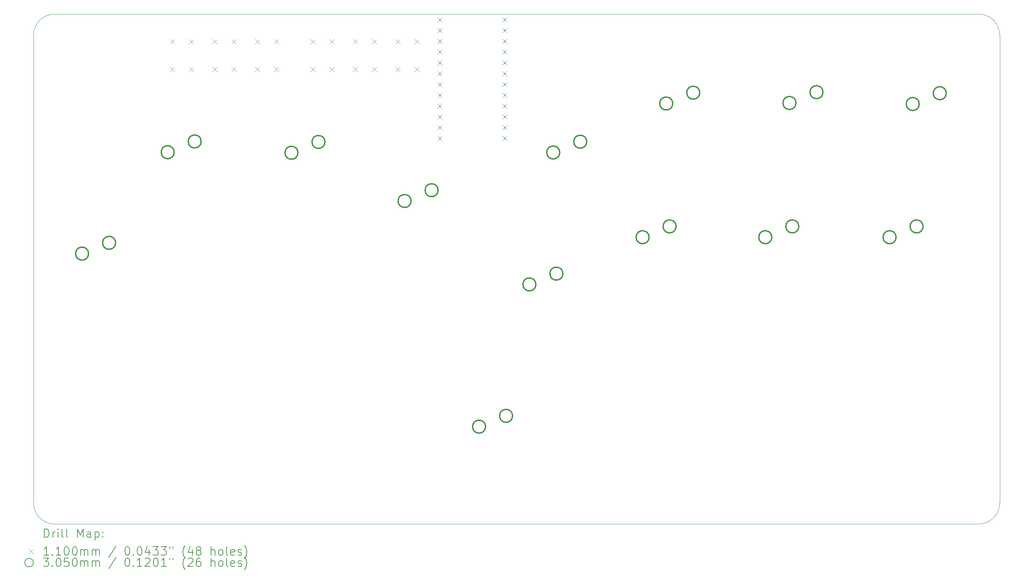
<source format=gbr>
%TF.GenerationSoftware,KiCad,Pcbnew,(6.0.7)*%
%TF.CreationDate,2022-08-16T08:24:49+10:00*%
%TF.ProjectId,Flatbox-rev1_1,466c6174-626f-4782-9d72-6576315f312e,rev?*%
%TF.SameCoordinates,Original*%
%TF.FileFunction,Drillmap*%
%TF.FilePolarity,Positive*%
%FSLAX45Y45*%
G04 Gerber Fmt 4.5, Leading zero omitted, Abs format (unit mm)*
G04 Created by KiCad (PCBNEW (6.0.7)) date 2022-08-16 08:24:49*
%MOMM*%
%LPD*%
G01*
G04 APERTURE LIST*
%ADD10C,0.050000*%
%ADD11C,0.200000*%
%ADD12C,0.110000*%
%ADD13C,0.305000*%
G04 APERTURE END LIST*
D10*
X25000000Y-3500000D02*
X25000000Y-14500000D01*
X24500000Y-15000000D02*
X2786000Y-15000000D01*
X2286000Y-14500000D02*
X2286000Y-3500000D01*
X2786000Y-3000000D02*
X24500000Y-3000000D01*
X2286000Y-14500000D02*
G75*
G03*
X2786000Y-15000000I500000J0D01*
G01*
X24500000Y-15000000D02*
G75*
G03*
X25000000Y-14500000I0J500000D01*
G01*
X25000000Y-3500000D02*
G75*
G03*
X24500000Y-3000000I-500000J0D01*
G01*
X2786000Y-3000000D02*
G75*
G03*
X2286000Y-3500000I0J-500000D01*
G01*
D11*
D12*
X5495000Y-3595000D02*
X5605000Y-3705000D01*
X5605000Y-3595000D02*
X5495000Y-3705000D01*
X5495000Y-4245000D02*
X5605000Y-4355000D01*
X5605000Y-4245000D02*
X5495000Y-4355000D01*
X5945000Y-3595000D02*
X6055000Y-3705000D01*
X6055000Y-3595000D02*
X5945000Y-3705000D01*
X5945000Y-4245000D02*
X6055000Y-4355000D01*
X6055000Y-4245000D02*
X5945000Y-4355000D01*
X6495000Y-3595000D02*
X6605000Y-3705000D01*
X6605000Y-3595000D02*
X6495000Y-3705000D01*
X6495000Y-4245000D02*
X6605000Y-4355000D01*
X6605000Y-4245000D02*
X6495000Y-4355000D01*
X6945000Y-3595000D02*
X7055000Y-3705000D01*
X7055000Y-3595000D02*
X6945000Y-3705000D01*
X6945000Y-4245000D02*
X7055000Y-4355000D01*
X7055000Y-4245000D02*
X6945000Y-4355000D01*
X7495000Y-3595000D02*
X7605000Y-3705000D01*
X7605000Y-3595000D02*
X7495000Y-3705000D01*
X7495000Y-4245000D02*
X7605000Y-4355000D01*
X7605000Y-4245000D02*
X7495000Y-4355000D01*
X7945000Y-3595000D02*
X8055000Y-3705000D01*
X8055000Y-3595000D02*
X7945000Y-3705000D01*
X7945000Y-4245000D02*
X8055000Y-4355000D01*
X8055000Y-4245000D02*
X7945000Y-4355000D01*
X8795000Y-3595000D02*
X8905000Y-3705000D01*
X8905000Y-3595000D02*
X8795000Y-3705000D01*
X8795000Y-4245000D02*
X8905000Y-4355000D01*
X8905000Y-4245000D02*
X8795000Y-4355000D01*
X9245000Y-3595000D02*
X9355000Y-3705000D01*
X9355000Y-3595000D02*
X9245000Y-3705000D01*
X9245000Y-4245000D02*
X9355000Y-4355000D01*
X9355000Y-4245000D02*
X9245000Y-4355000D01*
X9795000Y-3595000D02*
X9905000Y-3705000D01*
X9905000Y-3595000D02*
X9795000Y-3705000D01*
X9795000Y-4245000D02*
X9905000Y-4355000D01*
X9905000Y-4245000D02*
X9795000Y-4355000D01*
X10245000Y-3595000D02*
X10355000Y-3705000D01*
X10355000Y-3595000D02*
X10245000Y-3705000D01*
X10245000Y-4245000D02*
X10355000Y-4355000D01*
X10355000Y-4245000D02*
X10245000Y-4355000D01*
X10795000Y-3595000D02*
X10905000Y-3705000D01*
X10905000Y-3595000D02*
X10795000Y-3705000D01*
X10795000Y-4245000D02*
X10905000Y-4355000D01*
X10905000Y-4245000D02*
X10795000Y-4355000D01*
X11245000Y-3595000D02*
X11355000Y-3705000D01*
X11355000Y-3595000D02*
X11245000Y-3705000D01*
X11245000Y-4245000D02*
X11355000Y-4355000D01*
X11355000Y-4245000D02*
X11245000Y-4355000D01*
X11783000Y-3073000D02*
X11893000Y-3183000D01*
X11893000Y-3073000D02*
X11783000Y-3183000D01*
X11783000Y-3327000D02*
X11893000Y-3437000D01*
X11893000Y-3327000D02*
X11783000Y-3437000D01*
X11783000Y-3581000D02*
X11893000Y-3691000D01*
X11893000Y-3581000D02*
X11783000Y-3691000D01*
X11783000Y-3835000D02*
X11893000Y-3945000D01*
X11893000Y-3835000D02*
X11783000Y-3945000D01*
X11783000Y-4089000D02*
X11893000Y-4199000D01*
X11893000Y-4089000D02*
X11783000Y-4199000D01*
X11783000Y-4343000D02*
X11893000Y-4453000D01*
X11893000Y-4343000D02*
X11783000Y-4453000D01*
X11783000Y-4597000D02*
X11893000Y-4707000D01*
X11893000Y-4597000D02*
X11783000Y-4707000D01*
X11783000Y-4851000D02*
X11893000Y-4961000D01*
X11893000Y-4851000D02*
X11783000Y-4961000D01*
X11783000Y-5105000D02*
X11893000Y-5215000D01*
X11893000Y-5105000D02*
X11783000Y-5215000D01*
X11783000Y-5359000D02*
X11893000Y-5469000D01*
X11893000Y-5359000D02*
X11783000Y-5469000D01*
X11783000Y-5613000D02*
X11893000Y-5723000D01*
X11893000Y-5613000D02*
X11783000Y-5723000D01*
X11783000Y-5867000D02*
X11893000Y-5977000D01*
X11893000Y-5867000D02*
X11783000Y-5977000D01*
X13307000Y-3073000D02*
X13417000Y-3183000D01*
X13417000Y-3073000D02*
X13307000Y-3183000D01*
X13307000Y-3327000D02*
X13417000Y-3437000D01*
X13417000Y-3327000D02*
X13307000Y-3437000D01*
X13307000Y-3581000D02*
X13417000Y-3691000D01*
X13417000Y-3581000D02*
X13307000Y-3691000D01*
X13307000Y-3835000D02*
X13417000Y-3945000D01*
X13417000Y-3835000D02*
X13307000Y-3945000D01*
X13307000Y-4089000D02*
X13417000Y-4199000D01*
X13417000Y-4089000D02*
X13307000Y-4199000D01*
X13307000Y-4343000D02*
X13417000Y-4453000D01*
X13417000Y-4343000D02*
X13307000Y-4453000D01*
X13307000Y-4597000D02*
X13417000Y-4707000D01*
X13417000Y-4597000D02*
X13307000Y-4707000D01*
X13307000Y-4851000D02*
X13417000Y-4961000D01*
X13417000Y-4851000D02*
X13307000Y-4961000D01*
X13307000Y-5105000D02*
X13417000Y-5215000D01*
X13417000Y-5105000D02*
X13307000Y-5215000D01*
X13307000Y-5359000D02*
X13417000Y-5469000D01*
X13417000Y-5359000D02*
X13307000Y-5469000D01*
X13307000Y-5613000D02*
X13417000Y-5723000D01*
X13417000Y-5613000D02*
X13307000Y-5723000D01*
X13307000Y-5867000D02*
X13417000Y-5977000D01*
X13417000Y-5867000D02*
X13307000Y-5977000D01*
D13*
X3581500Y-8636000D02*
G75*
G03*
X3581500Y-8636000I-152500J0D01*
G01*
X4216500Y-8382000D02*
G75*
G03*
X4216500Y-8382000I-152500J0D01*
G01*
X5594000Y-6251000D02*
G75*
G03*
X5594000Y-6251000I-152500J0D01*
G01*
X6229000Y-5997000D02*
G75*
G03*
X6229000Y-5997000I-152500J0D01*
G01*
X8503500Y-6263000D02*
G75*
G03*
X8503500Y-6263000I-152500J0D01*
G01*
X9138500Y-6009000D02*
G75*
G03*
X9138500Y-6009000I-152500J0D01*
G01*
X11163500Y-7398000D02*
G75*
G03*
X11163500Y-7398000I-152500J0D01*
G01*
X11798500Y-7144000D02*
G75*
G03*
X11798500Y-7144000I-152500J0D01*
G01*
X12913500Y-12708000D02*
G75*
G03*
X12913500Y-12708000I-152500J0D01*
G01*
X13548500Y-12454000D02*
G75*
G03*
X13548500Y-12454000I-152500J0D01*
G01*
X14096500Y-9361000D02*
G75*
G03*
X14096500Y-9361000I-152500J0D01*
G01*
X14657500Y-6257000D02*
G75*
G03*
X14657500Y-6257000I-152500J0D01*
G01*
X14731500Y-9107000D02*
G75*
G03*
X14731500Y-9107000I-152500J0D01*
G01*
X15292500Y-6003000D02*
G75*
G03*
X15292500Y-6003000I-152500J0D01*
G01*
X16757500Y-8250000D02*
G75*
G03*
X16757500Y-8250000I-152500J0D01*
G01*
X17313500Y-5104000D02*
G75*
G03*
X17313500Y-5104000I-152500J0D01*
G01*
X17392500Y-7996000D02*
G75*
G03*
X17392500Y-7996000I-152500J0D01*
G01*
X17948500Y-4850000D02*
G75*
G03*
X17948500Y-4850000I-152500J0D01*
G01*
X19642500Y-8250000D02*
G75*
G03*
X19642500Y-8250000I-152500J0D01*
G01*
X20210500Y-5092000D02*
G75*
G03*
X20210500Y-5092000I-152500J0D01*
G01*
X20277500Y-7996000D02*
G75*
G03*
X20277500Y-7996000I-152500J0D01*
G01*
X20845500Y-4838000D02*
G75*
G03*
X20845500Y-4838000I-152500J0D01*
G01*
X22563500Y-8250000D02*
G75*
G03*
X22563500Y-8250000I-152500J0D01*
G01*
X23107500Y-5116000D02*
G75*
G03*
X23107500Y-5116000I-152500J0D01*
G01*
X23198500Y-7996000D02*
G75*
G03*
X23198500Y-7996000I-152500J0D01*
G01*
X23742500Y-4862000D02*
G75*
G03*
X23742500Y-4862000I-152500J0D01*
G01*
D11*
X2541119Y-15312976D02*
X2541119Y-15112976D01*
X2588738Y-15112976D01*
X2617310Y-15122500D01*
X2636357Y-15141548D01*
X2645881Y-15160595D01*
X2655405Y-15198690D01*
X2655405Y-15227262D01*
X2645881Y-15265357D01*
X2636357Y-15284405D01*
X2617310Y-15303452D01*
X2588738Y-15312976D01*
X2541119Y-15312976D01*
X2741119Y-15312976D02*
X2741119Y-15179643D01*
X2741119Y-15217738D02*
X2750643Y-15198690D01*
X2760167Y-15189167D01*
X2779214Y-15179643D01*
X2798262Y-15179643D01*
X2864928Y-15312976D02*
X2864928Y-15179643D01*
X2864928Y-15112976D02*
X2855405Y-15122500D01*
X2864928Y-15132024D01*
X2874452Y-15122500D01*
X2864928Y-15112976D01*
X2864928Y-15132024D01*
X2988738Y-15312976D02*
X2969690Y-15303452D01*
X2960167Y-15284405D01*
X2960167Y-15112976D01*
X3093500Y-15312976D02*
X3074452Y-15303452D01*
X3064928Y-15284405D01*
X3064928Y-15112976D01*
X3322071Y-15312976D02*
X3322071Y-15112976D01*
X3388738Y-15255833D01*
X3455405Y-15112976D01*
X3455405Y-15312976D01*
X3636357Y-15312976D02*
X3636357Y-15208214D01*
X3626833Y-15189167D01*
X3607786Y-15179643D01*
X3569690Y-15179643D01*
X3550643Y-15189167D01*
X3636357Y-15303452D02*
X3617309Y-15312976D01*
X3569690Y-15312976D01*
X3550643Y-15303452D01*
X3541119Y-15284405D01*
X3541119Y-15265357D01*
X3550643Y-15246309D01*
X3569690Y-15236786D01*
X3617309Y-15236786D01*
X3636357Y-15227262D01*
X3731595Y-15179643D02*
X3731595Y-15379643D01*
X3731595Y-15189167D02*
X3750643Y-15179643D01*
X3788738Y-15179643D01*
X3807786Y-15189167D01*
X3817309Y-15198690D01*
X3826833Y-15217738D01*
X3826833Y-15274881D01*
X3817309Y-15293928D01*
X3807786Y-15303452D01*
X3788738Y-15312976D01*
X3750643Y-15312976D01*
X3731595Y-15303452D01*
X3912548Y-15293928D02*
X3922071Y-15303452D01*
X3912548Y-15312976D01*
X3903024Y-15303452D01*
X3912548Y-15293928D01*
X3912548Y-15312976D01*
X3912548Y-15189167D02*
X3922071Y-15198690D01*
X3912548Y-15208214D01*
X3903024Y-15198690D01*
X3912548Y-15189167D01*
X3912548Y-15208214D01*
D12*
X2173500Y-15587500D02*
X2283500Y-15697500D01*
X2283500Y-15587500D02*
X2173500Y-15697500D01*
D11*
X2645881Y-15732976D02*
X2531595Y-15732976D01*
X2588738Y-15732976D02*
X2588738Y-15532976D01*
X2569690Y-15561548D01*
X2550643Y-15580595D01*
X2531595Y-15590119D01*
X2731595Y-15713928D02*
X2741119Y-15723452D01*
X2731595Y-15732976D01*
X2722071Y-15723452D01*
X2731595Y-15713928D01*
X2731595Y-15732976D01*
X2931595Y-15732976D02*
X2817309Y-15732976D01*
X2874452Y-15732976D02*
X2874452Y-15532976D01*
X2855405Y-15561548D01*
X2836357Y-15580595D01*
X2817309Y-15590119D01*
X3055405Y-15532976D02*
X3074452Y-15532976D01*
X3093500Y-15542500D01*
X3103024Y-15552024D01*
X3112548Y-15571071D01*
X3122071Y-15609167D01*
X3122071Y-15656786D01*
X3112548Y-15694881D01*
X3103024Y-15713928D01*
X3093500Y-15723452D01*
X3074452Y-15732976D01*
X3055405Y-15732976D01*
X3036357Y-15723452D01*
X3026833Y-15713928D01*
X3017309Y-15694881D01*
X3007786Y-15656786D01*
X3007786Y-15609167D01*
X3017309Y-15571071D01*
X3026833Y-15552024D01*
X3036357Y-15542500D01*
X3055405Y-15532976D01*
X3245881Y-15532976D02*
X3264928Y-15532976D01*
X3283976Y-15542500D01*
X3293500Y-15552024D01*
X3303024Y-15571071D01*
X3312548Y-15609167D01*
X3312548Y-15656786D01*
X3303024Y-15694881D01*
X3293500Y-15713928D01*
X3283976Y-15723452D01*
X3264928Y-15732976D01*
X3245881Y-15732976D01*
X3226833Y-15723452D01*
X3217309Y-15713928D01*
X3207786Y-15694881D01*
X3198262Y-15656786D01*
X3198262Y-15609167D01*
X3207786Y-15571071D01*
X3217309Y-15552024D01*
X3226833Y-15542500D01*
X3245881Y-15532976D01*
X3398262Y-15732976D02*
X3398262Y-15599643D01*
X3398262Y-15618690D02*
X3407786Y-15609167D01*
X3426833Y-15599643D01*
X3455405Y-15599643D01*
X3474452Y-15609167D01*
X3483976Y-15628214D01*
X3483976Y-15732976D01*
X3483976Y-15628214D02*
X3493500Y-15609167D01*
X3512548Y-15599643D01*
X3541119Y-15599643D01*
X3560167Y-15609167D01*
X3569690Y-15628214D01*
X3569690Y-15732976D01*
X3664928Y-15732976D02*
X3664928Y-15599643D01*
X3664928Y-15618690D02*
X3674452Y-15609167D01*
X3693500Y-15599643D01*
X3722071Y-15599643D01*
X3741119Y-15609167D01*
X3750643Y-15628214D01*
X3750643Y-15732976D01*
X3750643Y-15628214D02*
X3760167Y-15609167D01*
X3779214Y-15599643D01*
X3807786Y-15599643D01*
X3826833Y-15609167D01*
X3836357Y-15628214D01*
X3836357Y-15732976D01*
X4226833Y-15523452D02*
X4055405Y-15780595D01*
X4483976Y-15532976D02*
X4503024Y-15532976D01*
X4522071Y-15542500D01*
X4531595Y-15552024D01*
X4541119Y-15571071D01*
X4550643Y-15609167D01*
X4550643Y-15656786D01*
X4541119Y-15694881D01*
X4531595Y-15713928D01*
X4522071Y-15723452D01*
X4503024Y-15732976D01*
X4483976Y-15732976D01*
X4464929Y-15723452D01*
X4455405Y-15713928D01*
X4445881Y-15694881D01*
X4436357Y-15656786D01*
X4436357Y-15609167D01*
X4445881Y-15571071D01*
X4455405Y-15552024D01*
X4464929Y-15542500D01*
X4483976Y-15532976D01*
X4636357Y-15713928D02*
X4645881Y-15723452D01*
X4636357Y-15732976D01*
X4626833Y-15723452D01*
X4636357Y-15713928D01*
X4636357Y-15732976D01*
X4769690Y-15532976D02*
X4788738Y-15532976D01*
X4807786Y-15542500D01*
X4817310Y-15552024D01*
X4826833Y-15571071D01*
X4836357Y-15609167D01*
X4836357Y-15656786D01*
X4826833Y-15694881D01*
X4817310Y-15713928D01*
X4807786Y-15723452D01*
X4788738Y-15732976D01*
X4769690Y-15732976D01*
X4750643Y-15723452D01*
X4741119Y-15713928D01*
X4731595Y-15694881D01*
X4722071Y-15656786D01*
X4722071Y-15609167D01*
X4731595Y-15571071D01*
X4741119Y-15552024D01*
X4750643Y-15542500D01*
X4769690Y-15532976D01*
X5007786Y-15599643D02*
X5007786Y-15732976D01*
X4960167Y-15523452D02*
X4912548Y-15666309D01*
X5036357Y-15666309D01*
X5093500Y-15532976D02*
X5217310Y-15532976D01*
X5150643Y-15609167D01*
X5179214Y-15609167D01*
X5198262Y-15618690D01*
X5207786Y-15628214D01*
X5217310Y-15647262D01*
X5217310Y-15694881D01*
X5207786Y-15713928D01*
X5198262Y-15723452D01*
X5179214Y-15732976D01*
X5122071Y-15732976D01*
X5103024Y-15723452D01*
X5093500Y-15713928D01*
X5283976Y-15532976D02*
X5407786Y-15532976D01*
X5341119Y-15609167D01*
X5369690Y-15609167D01*
X5388738Y-15618690D01*
X5398262Y-15628214D01*
X5407786Y-15647262D01*
X5407786Y-15694881D01*
X5398262Y-15713928D01*
X5388738Y-15723452D01*
X5369690Y-15732976D01*
X5312548Y-15732976D01*
X5293500Y-15723452D01*
X5283976Y-15713928D01*
X5483976Y-15532976D02*
X5483976Y-15571071D01*
X5560167Y-15532976D02*
X5560167Y-15571071D01*
X5855405Y-15809167D02*
X5845881Y-15799643D01*
X5826833Y-15771071D01*
X5817309Y-15752024D01*
X5807786Y-15723452D01*
X5798262Y-15675833D01*
X5798262Y-15637738D01*
X5807786Y-15590119D01*
X5817309Y-15561548D01*
X5826833Y-15542500D01*
X5845881Y-15513928D01*
X5855405Y-15504405D01*
X6017309Y-15599643D02*
X6017309Y-15732976D01*
X5969690Y-15523452D02*
X5922071Y-15666309D01*
X6045881Y-15666309D01*
X6150643Y-15618690D02*
X6131595Y-15609167D01*
X6122071Y-15599643D01*
X6112548Y-15580595D01*
X6112548Y-15571071D01*
X6122071Y-15552024D01*
X6131595Y-15542500D01*
X6150643Y-15532976D01*
X6188738Y-15532976D01*
X6207786Y-15542500D01*
X6217309Y-15552024D01*
X6226833Y-15571071D01*
X6226833Y-15580595D01*
X6217309Y-15599643D01*
X6207786Y-15609167D01*
X6188738Y-15618690D01*
X6150643Y-15618690D01*
X6131595Y-15628214D01*
X6122071Y-15637738D01*
X6112548Y-15656786D01*
X6112548Y-15694881D01*
X6122071Y-15713928D01*
X6131595Y-15723452D01*
X6150643Y-15732976D01*
X6188738Y-15732976D01*
X6207786Y-15723452D01*
X6217309Y-15713928D01*
X6226833Y-15694881D01*
X6226833Y-15656786D01*
X6217309Y-15637738D01*
X6207786Y-15628214D01*
X6188738Y-15618690D01*
X6464928Y-15732976D02*
X6464928Y-15532976D01*
X6550643Y-15732976D02*
X6550643Y-15628214D01*
X6541119Y-15609167D01*
X6522071Y-15599643D01*
X6493500Y-15599643D01*
X6474452Y-15609167D01*
X6464928Y-15618690D01*
X6674452Y-15732976D02*
X6655405Y-15723452D01*
X6645881Y-15713928D01*
X6636357Y-15694881D01*
X6636357Y-15637738D01*
X6645881Y-15618690D01*
X6655405Y-15609167D01*
X6674452Y-15599643D01*
X6703024Y-15599643D01*
X6722071Y-15609167D01*
X6731595Y-15618690D01*
X6741119Y-15637738D01*
X6741119Y-15694881D01*
X6731595Y-15713928D01*
X6722071Y-15723452D01*
X6703024Y-15732976D01*
X6674452Y-15732976D01*
X6855405Y-15732976D02*
X6836357Y-15723452D01*
X6826833Y-15704405D01*
X6826833Y-15532976D01*
X7007786Y-15723452D02*
X6988738Y-15732976D01*
X6950643Y-15732976D01*
X6931595Y-15723452D01*
X6922071Y-15704405D01*
X6922071Y-15628214D01*
X6931595Y-15609167D01*
X6950643Y-15599643D01*
X6988738Y-15599643D01*
X7007786Y-15609167D01*
X7017309Y-15628214D01*
X7017309Y-15647262D01*
X6922071Y-15666309D01*
X7093500Y-15723452D02*
X7112548Y-15732976D01*
X7150643Y-15732976D01*
X7169690Y-15723452D01*
X7179214Y-15704405D01*
X7179214Y-15694881D01*
X7169690Y-15675833D01*
X7150643Y-15666309D01*
X7122071Y-15666309D01*
X7103024Y-15656786D01*
X7093500Y-15637738D01*
X7093500Y-15628214D01*
X7103024Y-15609167D01*
X7122071Y-15599643D01*
X7150643Y-15599643D01*
X7169690Y-15609167D01*
X7245881Y-15809167D02*
X7255405Y-15799643D01*
X7274452Y-15771071D01*
X7283976Y-15752024D01*
X7293500Y-15723452D01*
X7303024Y-15675833D01*
X7303024Y-15637738D01*
X7293500Y-15590119D01*
X7283976Y-15561548D01*
X7274452Y-15542500D01*
X7255405Y-15513928D01*
X7245881Y-15504405D01*
X2283500Y-15906500D02*
G75*
G03*
X2283500Y-15906500I-100000J0D01*
G01*
X2522071Y-15796976D02*
X2645881Y-15796976D01*
X2579214Y-15873167D01*
X2607786Y-15873167D01*
X2626833Y-15882690D01*
X2636357Y-15892214D01*
X2645881Y-15911262D01*
X2645881Y-15958881D01*
X2636357Y-15977928D01*
X2626833Y-15987452D01*
X2607786Y-15996976D01*
X2550643Y-15996976D01*
X2531595Y-15987452D01*
X2522071Y-15977928D01*
X2731595Y-15977928D02*
X2741119Y-15987452D01*
X2731595Y-15996976D01*
X2722071Y-15987452D01*
X2731595Y-15977928D01*
X2731595Y-15996976D01*
X2864928Y-15796976D02*
X2883976Y-15796976D01*
X2903024Y-15806500D01*
X2912548Y-15816024D01*
X2922071Y-15835071D01*
X2931595Y-15873167D01*
X2931595Y-15920786D01*
X2922071Y-15958881D01*
X2912548Y-15977928D01*
X2903024Y-15987452D01*
X2883976Y-15996976D01*
X2864928Y-15996976D01*
X2845881Y-15987452D01*
X2836357Y-15977928D01*
X2826833Y-15958881D01*
X2817309Y-15920786D01*
X2817309Y-15873167D01*
X2826833Y-15835071D01*
X2836357Y-15816024D01*
X2845881Y-15806500D01*
X2864928Y-15796976D01*
X3112548Y-15796976D02*
X3017309Y-15796976D01*
X3007786Y-15892214D01*
X3017309Y-15882690D01*
X3036357Y-15873167D01*
X3083976Y-15873167D01*
X3103024Y-15882690D01*
X3112548Y-15892214D01*
X3122071Y-15911262D01*
X3122071Y-15958881D01*
X3112548Y-15977928D01*
X3103024Y-15987452D01*
X3083976Y-15996976D01*
X3036357Y-15996976D01*
X3017309Y-15987452D01*
X3007786Y-15977928D01*
X3245881Y-15796976D02*
X3264928Y-15796976D01*
X3283976Y-15806500D01*
X3293500Y-15816024D01*
X3303024Y-15835071D01*
X3312548Y-15873167D01*
X3312548Y-15920786D01*
X3303024Y-15958881D01*
X3293500Y-15977928D01*
X3283976Y-15987452D01*
X3264928Y-15996976D01*
X3245881Y-15996976D01*
X3226833Y-15987452D01*
X3217309Y-15977928D01*
X3207786Y-15958881D01*
X3198262Y-15920786D01*
X3198262Y-15873167D01*
X3207786Y-15835071D01*
X3217309Y-15816024D01*
X3226833Y-15806500D01*
X3245881Y-15796976D01*
X3398262Y-15996976D02*
X3398262Y-15863643D01*
X3398262Y-15882690D02*
X3407786Y-15873167D01*
X3426833Y-15863643D01*
X3455405Y-15863643D01*
X3474452Y-15873167D01*
X3483976Y-15892214D01*
X3483976Y-15996976D01*
X3483976Y-15892214D02*
X3493500Y-15873167D01*
X3512548Y-15863643D01*
X3541119Y-15863643D01*
X3560167Y-15873167D01*
X3569690Y-15892214D01*
X3569690Y-15996976D01*
X3664928Y-15996976D02*
X3664928Y-15863643D01*
X3664928Y-15882690D02*
X3674452Y-15873167D01*
X3693500Y-15863643D01*
X3722071Y-15863643D01*
X3741119Y-15873167D01*
X3750643Y-15892214D01*
X3750643Y-15996976D01*
X3750643Y-15892214D02*
X3760167Y-15873167D01*
X3779214Y-15863643D01*
X3807786Y-15863643D01*
X3826833Y-15873167D01*
X3836357Y-15892214D01*
X3836357Y-15996976D01*
X4226833Y-15787452D02*
X4055405Y-16044595D01*
X4483976Y-15796976D02*
X4503024Y-15796976D01*
X4522071Y-15806500D01*
X4531595Y-15816024D01*
X4541119Y-15835071D01*
X4550643Y-15873167D01*
X4550643Y-15920786D01*
X4541119Y-15958881D01*
X4531595Y-15977928D01*
X4522071Y-15987452D01*
X4503024Y-15996976D01*
X4483976Y-15996976D01*
X4464929Y-15987452D01*
X4455405Y-15977928D01*
X4445881Y-15958881D01*
X4436357Y-15920786D01*
X4436357Y-15873167D01*
X4445881Y-15835071D01*
X4455405Y-15816024D01*
X4464929Y-15806500D01*
X4483976Y-15796976D01*
X4636357Y-15977928D02*
X4645881Y-15987452D01*
X4636357Y-15996976D01*
X4626833Y-15987452D01*
X4636357Y-15977928D01*
X4636357Y-15996976D01*
X4836357Y-15996976D02*
X4722071Y-15996976D01*
X4779214Y-15996976D02*
X4779214Y-15796976D01*
X4760167Y-15825548D01*
X4741119Y-15844595D01*
X4722071Y-15854119D01*
X4912548Y-15816024D02*
X4922071Y-15806500D01*
X4941119Y-15796976D01*
X4988738Y-15796976D01*
X5007786Y-15806500D01*
X5017310Y-15816024D01*
X5026833Y-15835071D01*
X5026833Y-15854119D01*
X5017310Y-15882690D01*
X4903024Y-15996976D01*
X5026833Y-15996976D01*
X5150643Y-15796976D02*
X5169690Y-15796976D01*
X5188738Y-15806500D01*
X5198262Y-15816024D01*
X5207786Y-15835071D01*
X5217310Y-15873167D01*
X5217310Y-15920786D01*
X5207786Y-15958881D01*
X5198262Y-15977928D01*
X5188738Y-15987452D01*
X5169690Y-15996976D01*
X5150643Y-15996976D01*
X5131595Y-15987452D01*
X5122071Y-15977928D01*
X5112548Y-15958881D01*
X5103024Y-15920786D01*
X5103024Y-15873167D01*
X5112548Y-15835071D01*
X5122071Y-15816024D01*
X5131595Y-15806500D01*
X5150643Y-15796976D01*
X5407786Y-15996976D02*
X5293500Y-15996976D01*
X5350643Y-15996976D02*
X5350643Y-15796976D01*
X5331595Y-15825548D01*
X5312548Y-15844595D01*
X5293500Y-15854119D01*
X5483976Y-15796976D02*
X5483976Y-15835071D01*
X5560167Y-15796976D02*
X5560167Y-15835071D01*
X5855405Y-16073167D02*
X5845881Y-16063643D01*
X5826833Y-16035071D01*
X5817309Y-16016024D01*
X5807786Y-15987452D01*
X5798262Y-15939833D01*
X5798262Y-15901738D01*
X5807786Y-15854119D01*
X5817309Y-15825548D01*
X5826833Y-15806500D01*
X5845881Y-15777928D01*
X5855405Y-15768405D01*
X5922071Y-15816024D02*
X5931595Y-15806500D01*
X5950643Y-15796976D01*
X5998262Y-15796976D01*
X6017309Y-15806500D01*
X6026833Y-15816024D01*
X6036357Y-15835071D01*
X6036357Y-15854119D01*
X6026833Y-15882690D01*
X5912548Y-15996976D01*
X6036357Y-15996976D01*
X6207786Y-15796976D02*
X6169690Y-15796976D01*
X6150643Y-15806500D01*
X6141119Y-15816024D01*
X6122071Y-15844595D01*
X6112548Y-15882690D01*
X6112548Y-15958881D01*
X6122071Y-15977928D01*
X6131595Y-15987452D01*
X6150643Y-15996976D01*
X6188738Y-15996976D01*
X6207786Y-15987452D01*
X6217309Y-15977928D01*
X6226833Y-15958881D01*
X6226833Y-15911262D01*
X6217309Y-15892214D01*
X6207786Y-15882690D01*
X6188738Y-15873167D01*
X6150643Y-15873167D01*
X6131595Y-15882690D01*
X6122071Y-15892214D01*
X6112548Y-15911262D01*
X6464928Y-15996976D02*
X6464928Y-15796976D01*
X6550643Y-15996976D02*
X6550643Y-15892214D01*
X6541119Y-15873167D01*
X6522071Y-15863643D01*
X6493500Y-15863643D01*
X6474452Y-15873167D01*
X6464928Y-15882690D01*
X6674452Y-15996976D02*
X6655405Y-15987452D01*
X6645881Y-15977928D01*
X6636357Y-15958881D01*
X6636357Y-15901738D01*
X6645881Y-15882690D01*
X6655405Y-15873167D01*
X6674452Y-15863643D01*
X6703024Y-15863643D01*
X6722071Y-15873167D01*
X6731595Y-15882690D01*
X6741119Y-15901738D01*
X6741119Y-15958881D01*
X6731595Y-15977928D01*
X6722071Y-15987452D01*
X6703024Y-15996976D01*
X6674452Y-15996976D01*
X6855405Y-15996976D02*
X6836357Y-15987452D01*
X6826833Y-15968405D01*
X6826833Y-15796976D01*
X7007786Y-15987452D02*
X6988738Y-15996976D01*
X6950643Y-15996976D01*
X6931595Y-15987452D01*
X6922071Y-15968405D01*
X6922071Y-15892214D01*
X6931595Y-15873167D01*
X6950643Y-15863643D01*
X6988738Y-15863643D01*
X7007786Y-15873167D01*
X7017309Y-15892214D01*
X7017309Y-15911262D01*
X6922071Y-15930309D01*
X7093500Y-15987452D02*
X7112548Y-15996976D01*
X7150643Y-15996976D01*
X7169690Y-15987452D01*
X7179214Y-15968405D01*
X7179214Y-15958881D01*
X7169690Y-15939833D01*
X7150643Y-15930309D01*
X7122071Y-15930309D01*
X7103024Y-15920786D01*
X7093500Y-15901738D01*
X7093500Y-15892214D01*
X7103024Y-15873167D01*
X7122071Y-15863643D01*
X7150643Y-15863643D01*
X7169690Y-15873167D01*
X7245881Y-16073167D02*
X7255405Y-16063643D01*
X7274452Y-16035071D01*
X7283976Y-16016024D01*
X7293500Y-15987452D01*
X7303024Y-15939833D01*
X7303024Y-15901738D01*
X7293500Y-15854119D01*
X7283976Y-15825548D01*
X7274452Y-15806500D01*
X7255405Y-15777928D01*
X7245881Y-15768405D01*
M02*

</source>
